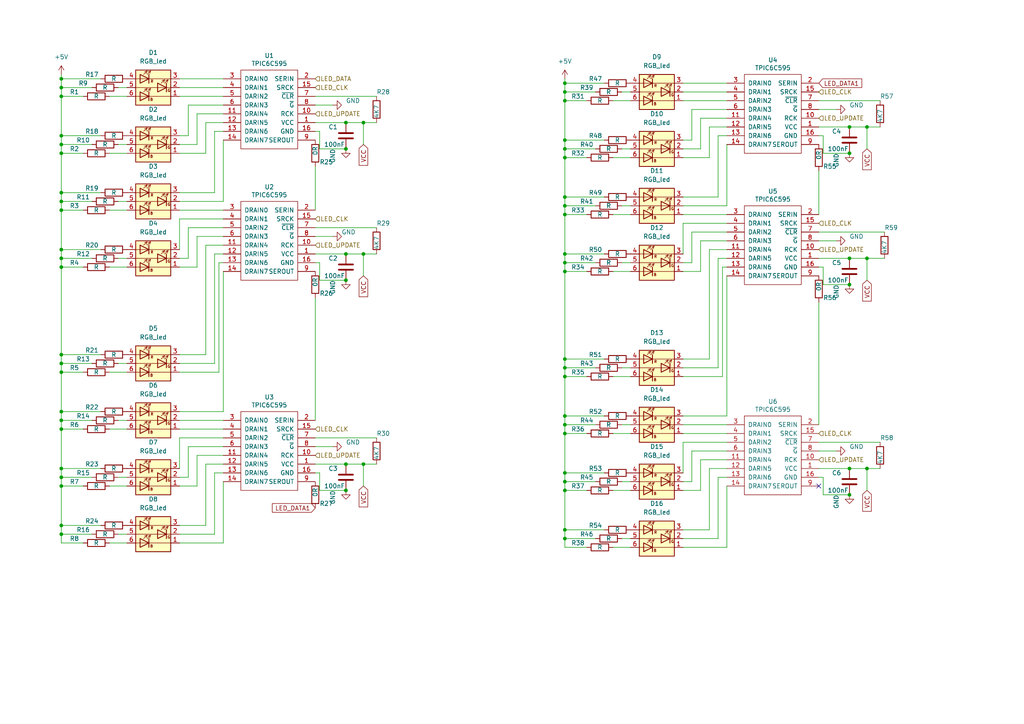
<source format=kicad_sch>
(kicad_sch (version 20211123) (generator eeschema)
  (paper "A4")
  (lib_symbols
    (symbol "3dAudioSym:RGB_led" (pin_names hide)
      (property "Reference" "D" (at -5.08 6.35 0))
      (property "Value" "RGB_led" (at -5.08 -6.35 0))
      (symbol "RGB_led_0_0"
        (text "B" (at -0.508 -3.4544 0) (effects (font (size 0.762 0.762))))
        (text "G" (at 4.5466 -0.8382 0) (effects (font (size 0.762 0.762))))
        (text "R" (at -0.381 1.8034 0) (effects (font (size 0.762 0.762))))
      )
      (symbol "RGB_led_0_1"
        (rectangle (start -5.08 5.08) (end 5.08 -5.08) (stroke (width 0.254)) (fill (type background)))
        (polyline (pts (xy -5.08 -2.54) (xy 5.08 -2.54)))
        (polyline (pts (xy -5.08 0) (xy 5.08 0)))
        (polyline (pts (xy -5.08 2.54) (xy 5.08 2.54)))
        (polyline (pts (xy -2.794 -1.27) (xy -1.778 -0.254)))
        (polyline (pts (xy -2.794 3.81) (xy -1.778 4.826)))
        (polyline (pts (xy -1.778 -1.27) (xy -0.762 -0.254)))
        (polyline (pts (xy -1.778 3.81) (xy -0.762 4.826)))
        (polyline (pts (xy -1.27 -1.27) (xy -1.27 -3.81)) (stroke (width 0.254)))
        (polyline (pts (xy -1.27 3.81) (xy -1.27 1.27)) (stroke (width 0.254)))
        (polyline (pts (xy 2.286 1.27) (xy 3.302 2.286)))
        (polyline (pts (xy 3.302 1.27) (xy 4.318 2.286)))
        (polyline (pts (xy 3.81 1.27) (xy 3.81 -1.27)) (stroke (width 0.254)))
        (polyline (pts (xy -2.54 4.572) (xy -1.778 4.826) (xy -2.032 4.064)))
        (polyline (pts (xy -2.032 -1.016) (xy -1.778 -0.254) (xy -2.54 -0.508)))
        (polyline (pts (xy -1.524 -0.508) (xy -0.762 -0.254) (xy -1.016 -1.016)))
        (polyline (pts (xy -1.524 4.572) (xy -0.762 4.826) (xy -1.016 4.064)))
        (polyline (pts (xy 3.048 1.524) (xy 3.302 2.286) (xy 2.54 2.032)))
        (polyline (pts (xy 3.556 2.032) (xy 4.318 2.286) (xy 4.064 1.524)))
        (polyline (pts (xy -3.81 -1.27) (xy -3.81 -3.81) (xy -1.27 -2.54) (xy -3.81 -1.27)) (stroke (width 0.254)))
        (polyline (pts (xy -3.81 3.81) (xy -3.81 1.27) (xy -1.27 2.54) (xy -3.81 3.81)) (stroke (width 0.254)))
        (polyline (pts (xy 1.27 1.27) (xy 1.27 -1.27) (xy 3.81 0) (xy 1.27 1.27)) (stroke (width 0.254)))
      )
      (symbol "RGB_led_1_1"
        (pin passive line (at 7.62 -2.54 180) (length 2.54) (name "KB") (number "1"))
        (pin passive line (at 7.62 0 180) (length 2.54) (name "KG") (number "2"))
        (pin passive line (at 7.62 2.54 180) (length 2.54) (name "KR") (number "3"))
        (pin passive line (at -7.62 2.54 0) (length 2.54) (name "AR") (number "4"))
        (pin passive line (at -7.62 0 0) (length 2.54) (name "AG") (number "5"))
        (pin passive line (at -7.62 -2.54 0) (length 2.54) (name "AB") (number "6"))
      )
    )
    (symbol "3dAudioSym:TPIC6C595" (pin_names (offset 1.016))
      (property "Reference" "U" (at 10.16 3.81 0))
      (property "Value" "TPIC6C595" (at -8.89 3.81 0))
      (symbol "TPIC6C595_0_0"
        (pin passive line (at 12.7 -13.97 180) (length 5.08) (name "VCC") (number "1"))
        (pin passive line (at 12.7 -11.43 180) (length 5.08) (name "RCK") (number "10"))
        (pin passive line (at -13.97 -11.43 0) (length 5.08) (name "DRAIN4") (number "11"))
        (pin passive line (at -13.97 -13.97 0) (length 5.08) (name "DARIN5") (number "12"))
        (pin passive line (at -13.97 -16.51 0) (length 5.08) (name "DRAIN6") (number "13"))
        (pin passive line (at -13.97 -19.05 0) (length 5.08) (name "DRAIN7") (number "14"))
        (pin passive line (at 12.7 -3.81 180) (length 5.08) (name "SRCK") (number "15"))
        (pin passive line (at 12.7 -16.51 180) (length 5.08) (name "GND") (number "16"))
        (pin passive line (at 12.7 -1.27 180) (length 5.08) (name "SERIN") (number "2"))
        (pin passive line (at -13.97 -1.27 0) (length 5.08) (name "DRAIN0") (number "3"))
        (pin passive line (at -13.97 -3.81 0) (length 5.08) (name "DRAIN1") (number "4"))
        (pin passive line (at -13.97 -6.35 0) (length 5.08) (name "DARIN2") (number "5"))
        (pin passive line (at -13.97 -8.89 0) (length 5.08) (name "DRAIN3") (number "6"))
        (pin passive line (at 12.7 -6.35 180) (length 5.08) (name "~{CLR}") (number "7"))
        (pin passive line (at 12.7 -8.89 180) (length 5.08) (name "~{G}") (number "8"))
        (pin passive line (at 12.7 -19.05 180) (length 5.08) (name "SEROUT") (number "9"))
      )
      (symbol "TPIC6C595_0_1"
        (rectangle (start -8.89 1.27) (end 7.62 -21.59))
      )
    )
    (symbol "Device:C" (pin_numbers hide) (pin_names (offset 0.254))
      (property "Reference" "C" (at 0.635 2.54 0))
      (property "Value" "C" (at 0.635 -2.54 0))
      (symbol "C_0_1"
        (polyline (pts (xy -2.032 -0.762) (xy 2.032 -0.762)) (stroke (width 0.508)))
        (polyline (pts (xy -2.032 0.762) (xy 2.032 0.762)) (stroke (width 0.508)))
      )
      (symbol "C_1_1"
        (pin passive line (at 0 3.81 270) (length 2.794) (name "~") (number "1"))
        (pin passive line (at 0 -3.81 90) (length 2.794) (name "~") (number "2"))
      )
    )
    (symbol "Device:R" (pin_numbers hide) (pin_names (offset 0))
      (property "Reference" "R" (at 2.032 0 90))
      (property "Value" "R" (at 0 0 90))
      (symbol "R_0_1"
        (rectangle (start -1.016 -2.54) (end 1.016 2.54) (stroke (width 0.254)))
      )
      (symbol "R_1_1"
        (pin passive line (at 0 3.81 270) (length 1.27) (name "~") (number "1"))
        (pin passive line (at 0 -3.81 90) (length 1.27) (name "~") (number "2"))
      )
    )
    (symbol "power:+5V" (power) (pin_names (offset 0))
      (property "Value" "+5V" (at 0 3.556 0))
      (symbol "+5V_0_1"
        (polyline (pts (xy -0.762 1.27) (xy 0 2.54)))
        (polyline (pts (xy 0 0) (xy 0 2.54)))
        (polyline (pts (xy 0 2.54) (xy 0.762 1.27)))
      )
      (symbol "+5V_1_1"
        (pin power_in line (at 0 0 90) (length 0) hide (name "+5V") (number "1"))
      )
    )
    (symbol "power:GND" (power) (pin_names (offset 0))
      (property "Value" "GND" (at 0 -3.81 0))
      (symbol "GND_0_1"
        (polyline (pts (xy 0 0) (xy 0 -1.27) (xy 1.27 -1.27) (xy 0 -2.54) (xy -1.27 -1.27) (xy 0 -1.27)))
      )
      (symbol "GND_1_1"
        (pin power_in line (at 0 0 270) (length 0) hide (name "GND") (number "1"))
      )
    )
  )
  (junction (at 100.33 81.28))
  (junction (at 163.83 125.73))
  (junction (at 163.83 62.23))
  (junction (at 163.83 24.13))
  (junction (at 163.83 139.7))
  (junction (at 17.78 152.4))
  (junction (at 17.78 39.37))
  (junction (at 163.83 29.21))
  (junction (at 17.78 74.93))
  (junction (at 17.78 119.38))
  (junction (at 163.83 26.67))
  (junction (at 163.83 76.2))
  (junction (at 163.83 137.16))
  (junction (at 163.83 123.19))
  (junction (at 163.83 120.65))
  (junction (at 17.78 55.88))
  (junction (at 17.78 124.46))
  (junction (at 17.78 77.47))
  (junction (at 251.46 36.83))
  (junction (at 17.78 25.4))
  (junction (at 17.78 107.95))
  (junction (at 17.78 60.96))
  (junction (at 17.78 121.92))
  (junction (at 163.83 153.67))
  (junction (at 163.83 43.18))
  (junction (at 100.33 43.18))
  (junction (at 163.83 73.66))
  (junction (at 100.33 142.24))
  (junction (at 17.78 138.43))
  (junction (at 246.38 143.51))
  (junction (at 17.78 154.94))
  (junction (at 100.33 134.62))
  (junction (at 17.78 22.86))
  (junction (at 163.83 104.14))
  (junction (at 105.41 73.66))
  (junction (at 163.83 57.15))
  (junction (at 100.33 35.56))
  (junction (at 17.78 105.41))
  (junction (at 163.83 40.64))
  (junction (at 163.83 59.69))
  (junction (at 246.38 135.89))
  (junction (at 163.83 45.72))
  (junction (at 251.46 74.93))
  (junction (at 105.41 35.56))
  (junction (at 246.38 82.55))
  (junction (at 251.46 135.89))
  (junction (at 163.83 106.68))
  (junction (at 163.83 109.22))
  (junction (at 246.38 36.83))
  (junction (at 163.83 142.24))
  (junction (at 163.83 156.21))
  (junction (at 17.78 72.39))
  (junction (at 163.83 78.74))
  (junction (at 246.38 74.93))
  (junction (at 17.78 58.42))
  (junction (at 17.78 44.45))
  (junction (at 17.78 140.97))
  (junction (at 17.78 41.91))
  (junction (at 105.41 134.62))
  (junction (at 17.78 102.87))
  (junction (at 17.78 27.94))
  (junction (at 17.78 135.89))
  (junction (at 100.33 73.66))
  (junction (at 246.38 44.45))
  (no_connect (at 237.49 140.97))
  (wire (pts (xy 198.12 78.74) (xy 203.2 78.74)))
  (wire (pts (xy 17.78 124.46) (xy 17.78 135.89)))
  (wire (pts (xy 17.78 77.47) (xy 17.78 102.87)))
  (wire (pts (xy 17.78 27.94) (xy 17.78 39.37)))
  (wire (pts (xy 163.83 78.74) (xy 170.18 78.74)))
  (wire (pts (xy 57.15 140.97) (xy 57.15 132.08)))
  (wire (pts (xy 17.78 102.87) (xy 29.21 102.87)))
  (wire (pts (xy 31.75 124.46) (xy 36.83 124.46)))
  (wire (pts (xy 17.78 140.97) (xy 17.78 152.4)))
  (wire (pts (xy 62.23 137.16) (xy 64.77 137.16)))
  (wire (pts (xy 205.74 153.67) (xy 205.74 135.89)))
  (wire (pts (xy 92.71 76.2) (xy 91.44 76.2)))
  (wire (pts (xy 238.76 77.47) (xy 237.49 77.47)))
  (wire (pts (xy 200.66 130.81) (xy 210.82 130.81)))
  (wire (pts (xy 64.77 157.48) (xy 64.77 139.7)))
  (wire (pts (xy 34.29 41.91) (xy 36.83 41.91)))
  (wire (pts (xy 64.77 73.66) (xy 62.23 73.66)))
  (wire (pts (xy 52.07 44.45) (xy 59.69 44.45)))
  (wire (pts (xy 57.15 77.47) (xy 57.15 68.58)))
  (wire (pts (xy 163.83 125.73) (xy 170.18 125.73)))
  (wire (pts (xy 242.57 130.81) (xy 237.49 130.81)))
  (wire (pts (xy 163.83 137.16) (xy 163.83 139.7)))
  (wire (pts (xy 198.12 59.69) (xy 210.82 59.69)))
  (wire (pts (xy 198.12 125.73) (xy 210.82 125.73)))
  (wire (pts (xy 203.2 34.29) (xy 210.82 34.29)))
  (wire (pts (xy 17.78 140.97) (xy 24.13 140.97)))
  (wire (pts (xy 31.75 27.94) (xy 36.83 27.94)))
  (wire (pts (xy 96.52 129.54) (xy 91.44 129.54)))
  (wire (pts (xy 92.71 137.16) (xy 92.71 142.24)))
  (wire (pts (xy 17.78 105.41) (xy 17.78 107.95)))
  (wire (pts (xy 163.83 43.18) (xy 172.72 43.18)))
  (wire (pts (xy 251.46 36.83) (xy 255.27 36.83)))
  (wire (pts (xy 205.74 135.89) (xy 210.82 135.89)))
  (wire (pts (xy 163.83 59.69) (xy 163.83 62.23)))
  (wire (pts (xy 92.71 43.18) (xy 100.33 43.18)))
  (wire (pts (xy 237.49 49.53) (xy 237.49 62.23)))
  (wire (pts (xy 52.07 55.88) (xy 62.23 55.88)))
  (wire (pts (xy 180.34 106.68) (xy 182.88 106.68)))
  (wire (pts (xy 52.07 25.4) (xy 64.77 25.4)))
  (wire (pts (xy 17.78 74.93) (xy 17.78 77.47)))
  (wire (pts (xy 200.66 76.2) (xy 200.66 67.31)))
  (wire (pts (xy 105.41 80.01) (xy 105.41 73.66)))
  (wire (pts (xy 198.12 26.67) (xy 210.82 26.67)))
  (wire (pts (xy 64.77 78.74) (xy 64.77 119.38)))
  (wire (pts (xy 17.78 44.45) (xy 24.13 44.45)))
  (wire (pts (xy 198.12 64.77) (xy 210.82 64.77)))
  (wire (pts (xy 54.61 39.37) (xy 54.61 30.48)))
  (wire (pts (xy 105.41 41.91) (xy 105.41 35.56)))
  (wire (pts (xy 17.78 119.38) (xy 17.78 121.92)))
  (wire (pts (xy 17.78 157.48) (xy 24.13 157.48)))
  (wire (pts (xy 163.83 123.19) (xy 163.83 125.73)))
  (wire (pts (xy 237.49 29.21) (xy 255.27 29.21)))
  (wire (pts (xy 92.71 38.1) (xy 91.44 38.1)))
  (wire (pts (xy 91.44 127) (xy 109.22 127)))
  (wire (pts (xy 34.29 138.43) (xy 36.83 138.43)))
  (wire (pts (xy 238.76 138.43) (xy 237.49 138.43)))
  (wire (pts (xy 64.77 76.2) (xy 63.5 76.2)))
  (wire (pts (xy 200.66 31.75) (xy 210.82 31.75)))
  (wire (pts (xy 208.28 138.43) (xy 210.82 138.43)))
  (wire (pts (xy 203.2 43.18) (xy 203.2 34.29)))
  (wire (pts (xy 203.2 78.74) (xy 203.2 69.85)))
  (wire (pts (xy 63.5 76.2) (xy 63.5 107.95)))
  (wire (pts (xy 251.46 36.83) (xy 246.38 36.83)))
  (wire (pts (xy 177.8 142.24) (xy 182.88 142.24)))
  (wire (pts (xy 198.12 128.27) (xy 210.82 128.27)))
  (wire (pts (xy 198.12 43.18) (xy 203.2 43.18)))
  (wire (pts (xy 242.57 69.85) (xy 237.49 69.85)))
  (wire (pts (xy 198.12 40.64) (xy 200.66 40.64)))
  (wire (pts (xy 208.28 39.37) (xy 210.82 39.37)))
  (wire (pts (xy 251.46 135.89) (xy 255.27 135.89)))
  (wire (pts (xy 34.29 121.92) (xy 36.83 121.92)))
  (wire (pts (xy 198.12 29.21) (xy 210.82 29.21)))
  (wire (pts (xy 210.82 80.01) (xy 210.82 120.65)))
  (wire (pts (xy 163.83 45.72) (xy 170.18 45.72)))
  (wire (pts (xy 91.44 48.26) (xy 91.44 60.96)))
  (wire (pts (xy 105.41 140.97) (xy 105.41 134.62)))
  (wire (pts (xy 52.07 127) (xy 64.77 127)))
  (wire (pts (xy 52.07 27.94) (xy 64.77 27.94)))
  (wire (pts (xy 163.83 120.65) (xy 163.83 123.19)))
  (wire (pts (xy 198.12 57.15) (xy 208.28 57.15)))
  (wire (pts (xy 17.78 22.86) (xy 29.21 22.86)))
  (wire (pts (xy 209.55 77.47) (xy 209.55 109.22)))
  (wire (pts (xy 17.78 55.88) (xy 29.21 55.88)))
  (wire (pts (xy 17.78 135.89) (xy 29.21 135.89)))
  (wire (pts (xy 59.69 35.56) (xy 59.69 44.45)))
  (wire (pts (xy 57.15 68.58) (xy 64.77 68.58)))
  (wire (pts (xy 52.07 74.93) (xy 54.61 74.93)))
  (wire (pts (xy 246.38 36.83) (xy 237.49 36.83)))
  (wire (pts (xy 180.34 123.19) (xy 182.88 123.19)))
  (wire (pts (xy 52.07 22.86) (xy 64.77 22.86)))
  (wire (pts (xy 203.2 69.85) (xy 210.82 69.85)))
  (wire (pts (xy 180.34 59.69) (xy 182.88 59.69)))
  (wire (pts (xy 52.07 138.43) (xy 54.61 138.43)))
  (wire (pts (xy 198.12 62.23) (xy 210.82 62.23)))
  (wire (pts (xy 52.07 154.94) (xy 62.23 154.94)))
  (wire (pts (xy 105.41 35.56) (xy 100.33 35.56)))
  (wire (pts (xy 200.66 139.7) (xy 200.66 130.81)))
  (wire (pts (xy 17.78 41.91) (xy 17.78 44.45)))
  (wire (pts (xy 17.78 27.94) (xy 24.13 27.94)))
  (wire (pts (xy 180.34 76.2) (xy 182.88 76.2)))
  (wire (pts (xy 163.83 139.7) (xy 163.83 142.24)))
  (wire (pts (xy 246.38 74.93) (xy 237.49 74.93)))
  (wire (pts (xy 17.78 135.89) (xy 17.78 138.43)))
  (wire (pts (xy 198.12 142.24) (xy 203.2 142.24)))
  (wire (pts (xy 177.8 62.23) (xy 182.88 62.23)))
  (wire (pts (xy 57.15 41.91) (xy 57.15 33.02)))
  (wire (pts (xy 92.71 76.2) (xy 92.71 81.28)))
  (wire (pts (xy 163.83 137.16) (xy 175.26 137.16)))
  (wire (pts (xy 163.83 106.68) (xy 172.72 106.68)))
  (wire (pts (xy 163.83 59.69) (xy 172.72 59.69)))
  (wire (pts (xy 54.61 129.54) (xy 64.77 129.54)))
  (wire (pts (xy 34.29 154.94) (xy 36.83 154.94)))
  (wire (pts (xy 96.52 68.58) (xy 91.44 68.58)))
  (wire (pts (xy 17.78 25.4) (xy 26.67 25.4)))
  (wire (pts (xy 17.78 138.43) (xy 26.67 138.43)))
  (wire (pts (xy 34.29 25.4) (xy 36.83 25.4)))
  (wire (pts (xy 91.44 86.36) (xy 91.44 121.92)))
  (wire (pts (xy 163.83 26.67) (xy 163.83 29.21)))
  (wire (pts (xy 205.74 104.14) (xy 205.74 72.39)))
  (wire (pts (xy 210.82 120.65) (xy 198.12 120.65)))
  (wire (pts (xy 163.83 109.22) (xy 163.83 120.65)))
  (wire (pts (xy 163.83 142.24) (xy 170.18 142.24)))
  (wire (pts (xy 17.78 72.39) (xy 29.21 72.39)))
  (wire (pts (xy 198.12 156.21) (xy 208.28 156.21)))
  (wire (pts (xy 163.83 142.24) (xy 163.83 153.67)))
  (wire (pts (xy 17.78 119.38) (xy 29.21 119.38)))
  (wire (pts (xy 210.82 158.75) (xy 210.82 140.97)))
  (wire (pts (xy 177.8 125.73) (xy 182.88 125.73)))
  (wire (pts (xy 163.83 22.86) (xy 163.83 24.13)))
  (wire (pts (xy 208.28 57.15) (xy 208.28 39.37)))
  (wire (pts (xy 52.07 124.46) (xy 64.77 124.46)))
  (wire (pts (xy 17.78 22.86) (xy 17.78 25.4)))
  (wire (pts (xy 17.78 105.41) (xy 26.67 105.41)))
  (wire (pts (xy 54.61 30.48) (xy 64.77 30.48)))
  (wire (pts (xy 52.07 105.41) (xy 62.23 105.41)))
  (wire (pts (xy 205.74 36.83) (xy 205.74 45.72)))
  (wire (pts (xy 198.12 109.22) (xy 209.55 109.22)))
  (wire (pts (xy 163.83 40.64) (xy 163.83 43.18)))
  (wire (pts (xy 246.38 135.89) (xy 237.49 135.89)))
  (wire (pts (xy 17.78 102.87) (xy 17.78 105.41)))
  (wire (pts (xy 163.83 45.72) (xy 163.83 57.15)))
  (wire (pts (xy 92.71 137.16) (xy 91.44 137.16)))
  (wire (pts (xy 52.07 63.5) (xy 64.77 63.5)))
  (wire (pts (xy 163.83 125.73) (xy 163.83 137.16)))
  (wire (pts (xy 238.76 138.43) (xy 238.76 143.51)))
  (wire (pts (xy 242.57 31.75) (xy 237.49 31.75)))
  (wire (pts (xy 198.12 123.19) (xy 210.82 123.19)))
  (wire (pts (xy 177.8 78.74) (xy 182.88 78.74)))
  (wire (pts (xy 208.28 74.93) (xy 208.28 106.68)))
  (wire (pts (xy 17.78 74.93) (xy 26.67 74.93)))
  (wire (pts (xy 91.44 27.94) (xy 109.22 27.94)))
  (wire (pts (xy 17.78 154.94) (xy 26.67 154.94)))
  (wire (pts (xy 163.83 139.7) (xy 172.72 139.7)))
  (wire (pts (xy 198.12 106.68) (xy 208.28 106.68)))
  (wire (pts (xy 100.33 35.56) (xy 91.44 35.56)))
  (wire (pts (xy 198.12 139.7) (xy 200.66 139.7)))
  (wire (pts (xy 180.34 139.7) (xy 182.88 139.7)))
  (wire (pts (xy 163.83 153.67) (xy 175.26 153.67)))
  (wire (pts (xy 17.78 60.96) (xy 17.78 72.39)))
  (wire (pts (xy 91.44 66.04) (xy 109.22 66.04)))
  (wire (pts (xy 163.83 40.64) (xy 175.26 40.64)))
  (wire (pts (xy 163.83 24.13) (xy 163.83 26.67)))
  (wire (pts (xy 54.61 138.43) (xy 54.61 129.54)))
  (wire (pts (xy 92.71 38.1) (xy 92.71 43.18)))
  (wire (pts (xy 17.78 58.42) (xy 26.67 58.42)))
  (wire (pts (xy 163.83 57.15) (xy 175.26 57.15)))
  (wire (pts (xy 59.69 134.62) (xy 64.77 134.62)))
  (wire (pts (xy 238.76 44.45) (xy 246.38 44.45)))
  (wire (pts (xy 163.83 158.75) (xy 170.18 158.75)))
  (wire (pts (xy 92.71 81.28) (xy 100.33 81.28)))
  (wire (pts (xy 163.83 24.13) (xy 175.26 24.13)))
  (wire (pts (xy 163.83 123.19) (xy 172.72 123.19)))
  (wire (pts (xy 251.46 43.18) (xy 251.46 36.83)))
  (wire (pts (xy 163.83 76.2) (xy 172.72 76.2)))
  (wire (pts (xy 34.29 105.41) (xy 36.83 105.41)))
  (wire (pts (xy 31.75 140.97) (xy 36.83 140.97)))
  (wire (pts (xy 198.12 104.14) (xy 205.74 104.14)))
  (wire (pts (xy 238.76 39.37) (xy 237.49 39.37)))
  (wire (pts (xy 17.78 121.92) (xy 26.67 121.92)))
  (wire (pts (xy 17.78 152.4) (xy 17.78 154.94)))
  (wire (pts (xy 163.83 109.22) (xy 170.18 109.22)))
  (wire (pts (xy 180.34 43.18) (xy 182.88 43.18)))
  (wire (pts (xy 52.07 102.87) (xy 59.69 102.87)))
  (wire (pts (xy 59.69 152.4) (xy 59.69 134.62)))
  (wire (pts (xy 163.83 26.67) (xy 172.72 26.67)))
  (wire (pts (xy 17.78 77.47) (xy 24.13 77.47)))
  (wire (pts (xy 105.41 73.66) (xy 109.22 73.66)))
  (wire (pts (xy 52.07 39.37) (xy 54.61 39.37)))
  (wire (pts (xy 31.75 77.47) (xy 36.83 77.47)))
  (wire (pts (xy 163.83 62.23) (xy 163.83 73.66)))
  (wire (pts (xy 64.77 119.38) (xy 52.07 119.38)))
  (wire (pts (xy 163.83 120.65) (xy 175.26 120.65)))
  (wire (pts (xy 52.07 107.95) (xy 63.5 107.95)))
  (wire (pts (xy 17.78 25.4) (xy 17.78 27.94)))
  (wire (pts (xy 238.76 77.47) (xy 238.76 82.55)))
  (wire (pts (xy 17.78 107.95) (xy 24.13 107.95)))
  (wire (pts (xy 200.66 40.64) (xy 200.66 31.75)))
  (wire (pts (xy 34.29 74.93) (xy 36.83 74.93)))
  (wire (pts (xy 177.8 158.75) (xy 182.88 158.75)))
  (wire (pts (xy 17.78 72.39) (xy 17.78 74.93)))
  (wire (pts (xy 17.78 39.37) (xy 29.21 39.37)))
  (wire (pts (xy 62.23 38.1) (xy 64.77 38.1)))
  (wire (pts (xy 52.07 72.39) (xy 52.07 63.5)))
  (wire (pts (xy 105.41 134.62) (xy 109.22 134.62)))
  (wire (pts (xy 105.41 35.56) (xy 109.22 35.56)))
  (wire (pts (xy 237.49 67.31) (xy 256.54 67.31)))
  (wire (pts (xy 96.52 30.48) (xy 91.44 30.48)))
  (wire (pts (xy 17.78 39.37) (xy 17.78 41.91)))
  (wire (pts (xy 177.8 29.21) (xy 182.88 29.21)))
  (wire (pts (xy 198.12 158.75) (xy 210.82 158.75)))
  (wire (pts (xy 100.33 73.66) (xy 91.44 73.66)))
  (wire (pts (xy 52.07 41.91) (xy 57.15 41.91)))
  (wire (pts (xy 163.83 29.21) (xy 163.83 40.64)))
  (wire (pts (xy 17.78 107.95) (xy 17.78 119.38)))
  (wire (pts (xy 52.07 77.47) (xy 57.15 77.47)))
  (wire (pts (xy 52.07 121.92) (xy 64.77 121.92)))
  (wire (pts (xy 59.69 71.12) (xy 64.77 71.12)))
  (wire (pts (xy 203.2 142.24) (xy 203.2 133.35)))
  (wire (pts (xy 59.69 35.56) (xy 64.77 35.56)))
  (wire (pts (xy 52.07 135.89) (xy 52.07 127)))
  (wire (pts (xy 251.46 81.28) (xy 251.46 74.93)))
  (wire (pts (xy 163.83 62.23) (xy 170.18 62.23)))
  (wire (pts (xy 105.41 134.62) (xy 100.33 134.62)))
  (wire (pts (xy 17.78 154.94) (xy 17.78 157.48)))
  (wire (pts (xy 31.75 44.45) (xy 36.83 44.45)))
  (wire (pts (xy 238.76 143.51) (xy 246.38 143.51)))
  (wire (pts (xy 203.2 133.35) (xy 210.82 133.35)))
  (wire (pts (xy 62.23 55.88) (xy 62.23 38.1)))
  (wire (pts (xy 163.83 104.14) (xy 175.26 104.14)))
  (wire (pts (xy 17.78 138.43) (xy 17.78 140.97)))
  (wire (pts (xy 105.41 73.66) (xy 100.33 73.66)))
  (wire (pts (xy 17.78 152.4) (xy 29.21 152.4)))
  (wire (pts (xy 31.75 107.95) (xy 36.83 107.95)))
  (wire (pts (xy 52.07 140.97) (xy 57.15 140.97)))
  (wire (pts (xy 52.07 152.4) (xy 59.69 152.4)))
  (wire (pts (xy 198.12 76.2) (xy 200.66 76.2)))
  (wire (pts (xy 31.75 60.96) (xy 36.83 60.96)))
  (wire (pts (xy 163.83 78.74) (xy 163.83 104.14)))
  (wire (pts (xy 251.46 74.93) (xy 256.54 74.93)))
  (wire (pts (xy 163.83 73.66) (xy 175.26 73.66)))
  (wire (pts (xy 208.28 138.43) (xy 208.28 156.21)))
  (wire (pts (xy 17.78 55.88) (xy 17.78 58.42)))
  (wire (pts (xy 205.74 72.39) (xy 210.82 72.39)))
  (wire (pts (xy 163.83 57.15) (xy 163.83 59.69)))
  (wire (pts (xy 210.82 74.93) (xy 208.28 74.93)))
  (wire (pts (xy 163.83 43.18) (xy 163.83 45.72)))
  (wire (pts (xy 62.23 137.16) (xy 62.23 154.94)))
  (wire (pts (xy 163.83 156.21) (xy 172.72 156.21)))
  (wire (pts (xy 52.07 60.96) (xy 64.77 60.96)))
  (wire (pts (xy 198.12 73.66) (xy 198.12 64.77)))
  (wire (pts (xy 200.66 67.31) (xy 210.82 67.31)))
  (wire (pts (xy 238.76 39.37) (xy 238.76 44.45)))
  (wire (pts (xy 251.46 135.89) (xy 246.38 135.89)))
  (wire (pts (xy 163.83 29.21) (xy 170.18 29.21)))
  (wire (pts (xy 52.07 58.42) (xy 64.77 58.42)))
  (wire (pts (xy 163.83 153.67) (xy 163.83 156.21)))
  (wire (pts (xy 62.23 73.66) (xy 62.23 105.41)))
  (wire (pts (xy 210.82 41.91) (xy 210.82 59.69)))
  (wire (pts (xy 17.78 44.45) (xy 17.78 55.88)))
  (wire (pts (xy 163.83 106.68) (xy 163.83 109.22)))
  (wire (pts (xy 17.78 60.96) (xy 24.13 60.96)))
  (wire (pts (xy 163.83 156.21) (xy 163.83 158.75)))
  (wire (pts (xy 59.69 102.87) (xy 59.69 71.12)))
  (wire (pts (xy 198.12 24.13) (xy 210.82 24.13)))
  (wire (pts (xy 17.78 41.91) (xy 26.67 41.91)))
  (wire (pts (xy 34.29 58.42) (xy 36.83 58.42)))
  (wire (pts (xy 205.74 36.83) (xy 210.82 36.83)))
  (wire (pts (xy 177.8 109.22) (xy 182.88 109.22)))
  (wire (pts (xy 17.78 58.42) (xy 17.78 60.96)))
  (wire (pts (xy 177.8 45.72) (xy 182.88 45.72)))
  (wire (pts (xy 17.78 21.59) (xy 17.78 22.86)))
  (wire (pts (xy 92.71 142.24) (xy 100.33 142.24)))
  (wire (pts (xy 163.83 76.2) (xy 163.83 78.74)))
  (wire (pts (xy 198.12 137.16) (xy 198.12 128.27)))
  (wire (pts (xy 64.77 40.64) (xy 64.77 58.42)))
  (wire (pts (xy 17.78 121.92) (xy 17.78 124.46)))
  (wire (pts (xy 163.83 104.14) (xy 163.83 106.68)))
  (wire (pts (xy 180.34 26.67) (xy 182.88 26.67)))
  (wire (pts (xy 31.75 157.48) (xy 36.83 157.48)))
  (wire (pts (xy 180.34 156.21) (xy 182.88 156.21)))
  (wire (pts (xy 57.15 33.02) (xy 64.77 33.02)))
  (wire (pts (xy 57.15 132.08) (xy 64.77 132.08)))
  (wire (pts (xy 17.78 124.46) (xy 24.13 124.46)))
  (wire (pts (xy 52.07 157.48) (xy 64.77 157.48)))
  (wire (pts (xy 100.33 134.62) (xy 91.44 134.62)))
  (wire (pts (xy 198.12 153.67) (xy 205.74 153.67)))
  (wire (pts (xy 54.61 66.04) (xy 64.77 66.04)))
  (wire (pts (xy 237.49 128.27) (xy 255.27 128.27)))
  (wire (pts (xy 237.49 87.63) (xy 237.49 123.19)))
  (wire (pts (xy 251.46 142.24) (xy 251.46 135.89)))
  (wire (pts (xy 238.76 82.55) (xy 246.38 82.55)))
  (wire (pts (xy 54.61 74.93) (xy 54.61 66.04)))
  (wire (pts (xy 251.46 74.93) (xy 246.38 74.93)))
  (wire (pts (xy 163.83 73.66) (xy 163.83 76.2)))
  (wire (pts (xy 198.12 45.72) (xy 205.74 45.72)))
  (wire (pts (xy 210.82 77.47) (xy 209.55 77.47)))
  (global_label "VCC" (shape input) (at 105.41 80.01 270) (property "Intersheet References" "${INTERSHEET_REFS}" (effects hide)))
  (global_label "LED_DATA1" (shape input) (at 91.44 147.32 180) (property "Intersheet References" "${INTERSHEET_REFS}" (effects hide)))
  (global_label "VCC" (shape input) (at 105.41 140.97 270) (property "Intersheet References" "${INTERSHEET_REFS}" (effects hide)))
  (global_label "LED_DATA1" (shape input) (at 237.49 24.13 0) (property "Intersheet References" "${INTERSHEET_REFS}" (effects hide)))
  (global_label "VCC" (shape input) (at 251.46 142.24 270) (property "Intersheet References" "${INTERSHEET_REFS}" (effects hide)))
  (global_label "VCC" (shape input) (at 105.41 41.91 270) (property "Intersheet References" "${INTERSHEET_REFS}" (effects hide)))
  (global_label "VCC" (shape input) (at 251.46 43.18 270) (property "Intersheet References" "${INTERSHEET_REFS}" (effects hide)))
  (global_label "VCC" (shape input) (at 251.46 81.28 270) (property "Intersheet References" "${INTERSHEET_REFS}" (effects hide)))
  (hierarchical_label "LED_UPDATE" (shape input) (at 237.49 72.39 0))
  (hierarchical_label "LED_UPDATE" (shape input) (at 91.44 33.02 0))
  (hierarchical_label "LED_UPDATE" (shape input) (at 91.44 132.08 0))
  (hierarchical_label "LED_CLK" (shape input) (at 91.44 63.5 0))
  (hierarchical_label "LED_CLK" (shape input) (at 91.44 124.46 0))
  (hierarchical_label "LED_DATA" (shape input) (at 91.44 22.86 0))
  (hierarchical_label "LED_CLK" (shape input) (at 237.49 125.73 0))
  (hierarchical_label "LED_CLK" (shape input) (at 237.49 26.67 0))
  (hierarchical_label "LED_CLK" (shape input) (at 237.49 64.77 0))
  (hierarchical_label "LED_UPDATE" (shape input) (at 91.44 71.12 0))
  (hierarchical_label "LED_UPDATE" (shape input) (at 237.49 34.29 0))
  (hierarchical_label "LED_UPDATE" (shape input) (at 237.49 133.35 0))
  (hierarchical_label "LED_CLK" (shape input) (at 91.44 25.4 0))
  (symbol (lib_id "3dAudioSym:TPIC6C595") (at 78.74 120.65 0) (unit 1)
    (property "Reference" "U3" (at 78.105 115.189 0))
    (property "Value" "TPIC6C595" (at 78.105 117.5004 0))
    (property "Footprint" "Package_SO:SOIC-16_3.9x9.9mm_P1.27mm" (effects hide))
    (property "Datasheet" "https://www.mouser.ph/datasheet/2/389/cd00020664-1796042.pdf" (effects hide))
  )
  (symbol (lib_id "Device:R") (at 179.07 137.16 90) (unit 1)
    (property "Reference" "R53" (at 172.72 135.89 90))
    (property "Value" "R" (at 179.07 137.16 90))
  )
  (symbol (lib_id "Device:R") (at 30.48 74.93 90) (unit 1)
    (property "Reference" "R12" (at 24.13 73.66 90))
    (property "Value" "R" (at 30.48 74.93 90))
  )
  (symbol (lib_id "Device:R") (at 91.44 44.45 0) (unit 1)
    (property "Reference" "R25" (at 92.71 46.99 0) (effects (justify left)))
    (property "Value" "0R" (at 91.44 45.085 90) (effects (justify left)))
    (property "Footprint" "Resistor_SMD:R_1206_3216Metric_Pad1.30x1.75mm_HandSolder" (effects hide))
  )
  (symbol (lib_id "Device:R") (at 27.94 140.97 90) (unit 1)
    (property "Reference" "R7" (at 21.59 139.7 90))
    (property "Value" "R" (at 27.94 140.97 90))
  )
  (symbol (lib_id "power:GND") (at 246.38 143.51 0) (unit 1)
    (property "Reference" "#PWR014" (effects hide))
    (property "Value" "GND" (at 242.57 143.51 90) (effects (justify right)))
  )
  (symbol (lib_id "Device:R") (at 109.22 69.85 0) (unit 1)
    (property "Reference" "R29" (at 109.22 64.77 0) (effects (justify left)))
    (property "Value" "4K7" (at 109.22 72.39 90) (effects (justify left)))
    (property "Footprint" "Resistor_SMD:R_1206_3216Metric_Pad1.30x1.75mm_HandSolder" (effects hide))
  )
  (symbol (lib_id "Device:R") (at 27.94 77.47 90) (unit 1)
    (property "Reference" "R4" (at 21.59 76.2 90))
    (property "Value" "R" (at 27.94 77.47 90))
  )
  (symbol (lib_id "3dAudioSym:RGB_led") (at 44.45 105.41 0) (unit 1)
    (property "Reference" "D5" (at 44.45 95.25 0))
    (property "Value" "RGB_led" (at 44.45 97.79 0))
    (property "Footprint" "LED_SMD:LED_Avago_PLCC6_3x2.8mm" (effects hide))
    (property "Datasheet" "https://www.digikey.de/de/products/detail/qt-brightek-qtb/QBLP679E-RGB/4814729" (effects hide))
  )
  (symbol (lib_id "3dAudioSym:RGB_led") (at 190.5 123.19 0) (unit 1)
    (property "Reference" "D14" (at 190.5 113.03 0))
    (property "Value" "RGB_led" (at 190.5 115.57 0))
    (property "Footprint" "LED_SMD:LED_Avago_PLCC6_3x2.8mm" (effects hide))
    (property "Datasheet" "https://www.digikey.de/de/products/detail/qt-brightek-qtb/QBLP679E-RGB/4814729" (effects hide))
  )
  (symbol (lib_id "3dAudioSym:RGB_led") (at 44.45 58.42 0) (unit 1)
    (property "Reference" "D3" (at 44.45 48.26 0))
    (property "Value" "RGB_led" (at 44.45 50.8 0))
    (property "Footprint" "LED_SMD:LED_Avago_PLCC6_3x2.8mm" (effects hide))
    (property "Datasheet" "https://www.digikey.de/de/products/detail/qt-brightek-qtb/QBLP679E-RGB/4814729" (effects hide))
  )
  (symbol (lib_id "Device:R") (at 30.48 121.92 90) (unit 1)
    (property "Reference" "R14" (at 24.13 120.65 90))
    (property "Value" "R" (at 30.48 121.92 90))
  )
  (symbol (lib_id "Device:R") (at 30.48 154.94 90) (unit 1)
    (property "Reference" "R16" (at 24.13 153.67 90))
    (property "Value" "R" (at 30.48 154.94 90))
  )
  (symbol (lib_id "Device:R") (at 255.27 132.08 0) (unit 1)
    (property "Reference" "R58" (at 255.27 127 0) (effects (justify left)))
    (property "Value" "4K7" (at 255.27 134.62 90) (effects (justify left)))
    (property "Footprint" "Resistor_SMD:R_1206_3216Metric_Pad1.30x1.75mm_HandSolder" (effects hide))
  )
  (symbol (lib_id "Device:R") (at 237.49 45.72 0) (unit 1)
    (property "Reference" "R55" (at 238.76 48.26 0) (effects (justify left)))
    (property "Value" "0R" (at 237.49 46.355 90) (effects (justify left)))
    (property "Footprint" "Resistor_SMD:R_1206_3216Metric_Pad1.30x1.75mm_HandSolder" (effects hide))
  )
  (symbol (lib_id "Device:R") (at 255.27 33.02 0) (unit 1)
    (property "Reference" "R57" (at 255.27 27.94 0) (effects (justify left)))
    (property "Value" "4K7" (at 255.27 35.56 90) (effects (justify left)))
    (property "Footprint" "Resistor_SMD:R_1206_3216Metric_Pad1.30x1.75mm_HandSolder" (effects hide))
  )
  (symbol (lib_id "Device:R") (at 33.02 152.4 90) (unit 1)
    (property "Reference" "R24" (at 26.67 151.13 90))
    (property "Value" "R" (at 33.02 152.4 90))
  )
  (symbol (lib_id "power:GND") (at 96.52 68.58 90) (unit 1)
    (property "Reference" "#PWR03" (effects hide))
    (property "Value" "GND" (at 99.06 67.31 90) (effects (justify right)))
  )
  (symbol (lib_id "Device:R") (at 179.07 73.66 90) (unit 1)
    (property "Reference" "R50" (at 172.72 72.39 90))
    (property "Value" "R" (at 179.07 73.66 90))
  )
  (symbol (lib_id "3dAudioSym:RGB_led") (at 44.45 74.93 0) (unit 1)
    (property "Reference" "D4" (at 44.45 64.77 0))
    (property "Value" "RGB_led" (at 44.45 67.31 0))
    (property "Footprint" "LED_SMD:LED_Avago_PLCC6_3x2.8mm" (effects hide))
    (property "Datasheet" "https://www.digikey.de/de/products/detail/qt-brightek-qtb/QBLP679E-RGB/4814729" (effects hide))
  )
  (symbol (lib_id "3dAudioSym:RGB_led") (at 190.5 156.21 0) (unit 1)
    (property "Reference" "D16" (at 190.5 146.05 0))
    (property "Value" "RGB_led" (at 190.5 148.59 0))
    (property "Footprint" "LED_SMD:LED_Avago_PLCC6_3x2.8mm" (effects hide))
    (property "Datasheet" "https://www.digikey.de/de/products/detail/qt-brightek-qtb/QBLP679E-RGB/4814729" (effects hide))
  )
  (symbol (lib_id "Device:C") (at 100.33 39.37 0) (unit 1)
    (property "Reference" "C1" (at 95.25 36.83 0) (effects (justify left)))
    (property "Value" "100nF" (at 93.98 41.91 0) (effects (justify left)))
    (property "Footprint" "Capacitor_SMD:C_1206_3216Metric_Pad1.33x1.80mm_HandSolder" (effects hide))
  )
  (symbol (lib_id "3dAudioSym:RGB_led") (at 190.5 59.69 0) (unit 1)
    (property "Reference" "D11" (at 190.5 49.53 0))
    (property "Value" "RGB_led" (at 190.5 52.07 0))
    (property "Footprint" "LED_SMD:LED_Avago_PLCC6_3x2.8mm" (effects hide))
    (property "Datasheet" "https://www.digikey.de/de/products/detail/qt-brightek-qtb/QBLP679E-RGB/4814729" (effects hide))
  )
  (symbol (lib_id "power:GND") (at 242.57 69.85 90) (unit 1)
    (property "Reference" "#PWR010" (effects hide))
    (property "Value" "GND" (at 246.38 68.58 90) (effects (justify right)))
  )
  (symbol (lib_id "Device:R") (at 256.54 71.12 0) (unit 1)
    (property "Reference" "R59" (at 256.54 66.04 0) (effects (justify left)))
    (property "Value" "4K7" (at 256.54 73.66 90) (effects (justify left)))
    (property "Footprint" "Resistor_SMD:R_1206_3216Metric_Pad1.30x1.75mm_HandSolder" (effects hide))
  )
  (symbol (lib_id "Device:R") (at 179.07 120.65 90) (unit 1)
    (property "Reference" "R52" (at 172.72 119.38 90))
    (property "Value" "R" (at 179.07 120.65 90))
  )
  (symbol (lib_id "3dAudioSym:RGB_led") (at 190.5 76.2 0) (unit 1)
    (property "Reference" "D12" (at 190.5 66.04 0))
    (property "Value" "RGB_led" (at 190.5 68.58 0))
    (property "Footprint" "LED_SMD:LED_Avago_PLCC6_3x2.8mm" (effects hide))
    (property "Datasheet" "https://www.digikey.de/de/products/detail/qt-brightek-qtb/QBLP679E-RGB/4814729" (effects hide))
  )
  (symbol (lib_id "3dAudioSym:RGB_led") (at 44.45 41.91 0) (unit 1)
    (property "Reference" "D2" (at 44.45 31.75 0))
    (property "Value" "RGB_led" (at 44.45 34.29 0))
    (property "Footprint" "LED_SMD:LED_Avago_PLCC6_3x2.8mm" (effects hide))
    (property "Datasheet" "https://www.digikey.de/de/products/detail/qt-brightek-qtb/QBLP679E-RGB/4814729" (effects hide))
  )
  (symbol (lib_id "power:GND") (at 242.57 31.75 90) (unit 1)
    (property "Reference" "#PWR09" (effects hide))
    (property "Value" "GND" (at 246.38 30.48 90) (effects (justify right)))
  )
  (symbol (lib_id "Device:R") (at 30.48 41.91 90) (unit 1)
    (property "Reference" "R10" (at 24.13 40.64 90))
    (property "Value" "R" (at 30.48 41.91 90))
  )
  (symbol (lib_id "Device:R") (at 30.48 25.4 90) (unit 1)
    (property "Reference" "R9" (at 24.13 24.13 90))
    (property "Value" "R" (at 30.48 25.4 90))
  )
  (symbol (lib_id "3dAudioSym:RGB_led") (at 44.45 25.4 0) (unit 1)
    (property "Reference" "D1" (at 44.45 15.24 0))
    (property "Value" "RGB_led" (at 44.45 17.78 0))
    (property "Footprint" "LED_SMD:LED_Avago_PLCC6_3x2.8mm" (effects hide))
    (property "Datasheet" "https://www.digikey.de/de/products/detail/qt-brightek-qtb/QBLP679E-RGB/4814729" (effects hide))
  )
  (symbol (lib_id "Device:R") (at 179.07 24.13 90) (unit 1)
    (property "Reference" "R47" (at 172.72 22.86 90))
    (property "Value" "R" (at 179.07 24.13 90))
  )
  (symbol (lib_id "power:GND") (at 246.38 44.45 0) (unit 1)
    (property "Reference" "#PWR012" (effects hide))
    (property "Value" "GND" (at 242.57 44.45 90) (effects (justify right)))
  )
  (symbol (lib_id "Device:R") (at 173.99 62.23 90) (unit 1)
    (property "Reference" "R33" (at 167.64 60.96 90))
    (property "Value" "R" (at 173.99 62.23 90))
  )
  (symbol (lib_id "Device:R") (at 179.07 153.67 90) (unit 1)
    (property "Reference" "R54" (at 172.72 152.4 90))
    (property "Value" "R" (at 179.07 153.67 90))
  )
  (symbol (lib_id "Device:C") (at 246.38 139.7 0) (unit 1)
    (property "Reference" "C6" (at 241.3 137.16 0) (effects (justify left)))
    (property "Value" "100nF" (at 240.03 142.24 0) (effects (justify left)))
    (property "Footprint" "Capacitor_SMD:C_1206_3216Metric_Pad1.33x1.80mm_HandSolder" (effects hide))
  )
  (symbol (lib_id "Device:R") (at 176.53 156.21 90) (unit 1)
    (property "Reference" "R46" (at 170.18 154.94 90))
    (property "Value" "R" (at 176.53 156.21 90))
  )
  (symbol (lib_id "Device:R") (at 30.48 58.42 90) (unit 1)
    (property "Reference" "R11" (at 24.13 57.15 90))
    (property "Value" "R" (at 30.48 58.42 90))
  )
  (symbol (lib_id "Device:R") (at 27.94 157.48 90) (unit 1)
    (property "Reference" "R8" (at 21.59 156.21 90))
    (property "Value" "R" (at 27.94 157.48 90))
  )
  (symbol (lib_id "Device:R") (at 173.99 158.75 90) (unit 1)
    (property "Reference" "R38" (at 167.64 157.48 90))
    (property "Value" "R" (at 173.99 158.75 90))
  )
  (symbol (lib_id "Device:R") (at 109.22 31.75 0) (unit 1)
    (property "Reference" "R28" (at 109.22 26.67 0) (effects (justify left)))
    (property "Value" "4K7" (at 109.22 34.29 90) (effects (justify left)))
    (property "Footprint" "Resistor_SMD:R_1206_3216Metric_Pad1.30x1.75mm_HandSolder" (effects hide))
  )
  (symbol (lib_id "Device:R") (at 33.02 55.88 90) (unit 1)
    (property "Reference" "R19" (at 26.67 54.61 90))
    (property "Value" "R" (at 33.02 55.88 90))
  )
  (symbol (lib_id "3dAudioSym:RGB_led") (at 44.45 138.43 0) (unit 1)
    (property "Reference" "D7" (at 44.45 128.27 0))
    (property "Value" "RGB_led" (at 44.45 130.81 0))
    (property "Footprint" "LED_SMD:LED_Avago_PLCC6_3x2.8mm" (effects hide))
    (property "Datasheet" "https://www.digikey.de/de/products/detail/qt-brightek-qtb/QBLP679E-RGB/4814729" (effects hide))
  )
  (symbol (lib_id "power:GND") (at 100.33 43.18 0) (unit 1)
    (property "Reference" "#PWR05" (effects hide))
    (property "Value" "GND" (at 96.52 43.18 90) (effects (justify right)))
  )
  (symbol (lib_id "Device:R") (at 27.94 27.94 90) (unit 1)
    (property "Reference" "R1" (at 21.59 26.67 90))
    (property "Value" "R" (at 27.94 27.94 90))
  )
  (symbol (lib_id "Device:R") (at 173.99 78.74 90) (unit 1)
    (property "Reference" "R34" (at 167.64 77.47 90))
    (property "Value" "R" (at 173.99 78.74 90))
  )
  (symbol (lib_id "Device:R") (at 176.53 139.7 90) (unit 1)
    (property "Reference" "R45" (at 170.18 138.43 90))
    (property "Value" "R" (at 176.53 139.7 90))
  )
  (symbol (lib_id "3dAudioSym:TPIC6C595") (at 224.79 60.96 0) (unit 1)
    (property "Reference" "U5" (at 224.155 55.499 0))
    (property "Value" "TPIC6C595" (at 224.155 57.8104 0))
    (property "Footprint" "Package_SO:SOIC-16_3.9x9.9mm_P1.27mm" (effects hide))
    (property "Datasheet" "https://www.mouser.ph/datasheet/2/389/cd00020664-1796042.pdf" (effects hide))
  )
  (symbol (lib_id "Device:R") (at 30.48 138.43 90) (unit 1)
    (property "Reference" "R15" (at 24.13 137.16 90))
    (property "Value" "R" (at 30.48 138.43 90))
  )
  (symbol (lib_id "3dAudioSym:RGB_led") (at 44.45 121.92 0) (unit 1)
    (property "Reference" "D6" (at 44.45 111.76 0))
    (property "Value" "RGB_led" (at 44.45 114.3 0))
    (property "Footprint" "LED_SMD:LED_Avago_PLCC6_3x2.8mm" (effects hide))
    (property "Datasheet" "https://www.digikey.de/de/products/detail/qt-brightek-qtb/QBLP679E-RGB/4814729" (effects hide))
  )
  (symbol (lib_id "power:GND") (at 96.52 129.54 90) (unit 1)
    (property "Reference" "#PWR04" (effects hide))
    (property "Value" "GND" (at 100.33 128.27 90) (effects (justify right)))
  )
  (symbol (lib_id "3dAudioSym:TPIC6C595") (at 224.79 121.92 0) (unit 1)
    (property "Reference" "U6" (at 224.155 116.459 0))
    (property "Value" "TPIC6C595" (at 224.155 118.7704 0))
    (property "Footprint" "Package_SO:SOIC-16_3.9x9.9mm_P1.27mm" (effects hide))
    (property "Datasheet" "https://www.mouser.ph/datasheet/2/389/cd00020664-1796042.pdf" (effects hide))
  )
  (symbol (lib_id "Device:C") (at 100.33 138.43 0) (unit 1)
    (property "Reference" "C3" (at 95.25 135.89 0) (effects (justify left)))
    (property "Value" "100nF" (at 93.98 140.97 0) (effects (justify left)))
    (property "Footprint" "Capacitor_SMD:C_1206_3216Metric_Pad1.33x1.80mm_HandSolder" (effects hide))
  )
  (symbol (lib_id "3dAudioSym:RGB_led") (at 190.5 139.7 0) (unit 1)
    (property "Reference" "D15" (at 190.5 129.54 0))
    (property "Value" "RGB_led" (at 190.5 132.08 0))
    (property "Footprint" "LED_SMD:LED_Avago_PLCC6_3x2.8mm" (effects hide))
    (property "Datasheet" "https://www.digikey.de/de/products/detail/qt-brightek-qtb/QBLP679E-RGB/4814729" (effects hide))
  )
  (symbol (lib_id "3dAudioSym:RGB_led") (at 190.5 106.68 0) (unit 1)
    (property "Reference" "D13" (at 190.5 96.52 0))
    (property "Value" "RGB_led" (at 190.5 99.06 0))
    (property "Footprint" "LED_SMD:LED_Avago_PLCC6_3x2.8mm" (effects hide))
    (property "Datasheet" "https://www.digikey.de/de/products/detail/qt-brightek-qtb/QBLP679E-RGB/4814729" (effects hide))
  )
  (symbol (lib_id "3dAudioSym:RGB_led") (at 190.5 43.18 0) (unit 1)
    (property "Reference" "D10" (at 190.5 33.02 0))
    (property "Value" "RGB_led" (at 190.5 35.56 0))
    (property "Footprint" "LED_SMD:LED_Avago_PLCC6_3x2.8mm" (effects hide))
    (property "Datasheet" "https://www.digikey.de/de/products/detail/qt-brightek-qtb/QBLP679E-RGB/4814729" (effects hide))
  )
  (symbol (lib_id "Device:R") (at 176.53 106.68 90) (unit 1)
    (property "Reference" "R43" (at 170.18 105.41 90))
    (property "Value" "R" (at 176.53 106.68 90))
  )
  (symbol (lib_id "Device:R") (at 173.99 142.24 90) (unit 1)
    (property "Reference" "R37" (at 167.64 140.97 90))
    (property "Value" "R" (at 173.99 142.24 90))
  )
  (symbol (lib_id "Device:R") (at 33.02 135.89 90) (unit 1)
    (property "Reference" "R23" (at 26.67 134.62 90))
    (property "Value" "R" (at 33.02 135.89 90))
  )
  (symbol (lib_id "Device:R") (at 27.94 44.45 90) (unit 1)
    (property "Reference" "R2" (at 21.59 43.18 90))
    (property "Value" "R" (at 27.94 44.45 90))
  )
  (symbol (lib_id "Device:R") (at 33.02 119.38 90) (unit 1)
    (property "Reference" "R22" (at 26.67 118.11 90))
    (property "Value" "R" (at 33.02 119.38 90))
  )
  (symbol (lib_id "power:+5V") (at 163.83 22.86 0) (unit 1)
    (property "Reference" "#PWR08" (effects hide))
    (property "Value" "+5V" (at 163.83 17.78 0))
  )
  (symbol (lib_id "Device:R") (at 173.99 109.22 90) (unit 1)
    (property "Reference" "R35" (at 167.64 107.95 90))
    (property "Value" "R" (at 173.99 109.22 90))
  )
  (symbol (lib_id "Device:R") (at 173.99 29.21 90) (unit 1)
    (property "Reference" "R31" (at 167.64 27.94 90))
    (property "Value" "R" (at 173.99 29.21 90))
  )
  (symbol (lib_id "3dAudioSym:RGB_led") (at 190.5 26.67 0) (unit 1)
    (property "Reference" "D9" (at 190.5 16.51 0))
    (property "Value" "RGB_led" (at 190.5 19.05 0))
    (property "Footprint" "LED_SMD:LED_Avago_PLCC6_3x2.8mm" (effects hide))
    (property "Datasheet" "https://www.digikey.de/de/products/detail/qt-brightek-qtb/QBLP679E-RGB/4814729" (effects hide))
  )
  (symbol (lib_id "Device:R") (at 91.44 82.55 0) (unit 1)
    (property "Reference" "R26" (at 92.71 85.09 0) (effects (justify left)))
    (property "Value" "0R" (at 91.44 83.185 90) (effects (justify left)))
    (property "Footprint" "Resistor_SMD:R_1206_3216Metric_Pad1.30x1.75mm_HandSolder" (effects hide))
  )
  (symbol (lib_id "Device:C") (at 246.38 40.64 0) (unit 1)
    (property "Reference" "C4" (at 241.3 38.1 0) (effects (justify left)))
    (property "Value" "100nF" (at 240.03 43.18 0) (effects (justify left)))
    (property "Footprint" "Capacitor_SMD:C_1206_3216Metric_Pad1.33x1.80mm_HandSolder" (effects hide))
  )
  (symbol (lib_id "Device:R") (at 27.94 60.96 90) (unit 1)
    (property "Reference" "R3" (at 21.59 59.69 90))
    (property "Value" "R" (at 27.94 60.96 90))
  )
  (symbol (lib_id "Device:R") (at 179.07 40.64 90) (unit 1)
    (property "Reference" "R48" (at 172.72 39.37 90))
    (property "Value" "R" (at 179.07 40.64 90))
  )
  (symbol (lib_id "3dAudioSym:TPIC6C595") (at 224.79 22.86 0) (unit 1)
    (property "Reference" "U4" (at 224.155 17.399 0))
    (property "Value" "TPIC6C595" (at 224.155 19.7104 0))
    (property "Footprint" "Package_SO:SOIC-16_3.9x9.9mm_P1.27mm" (effects hide))
    (property "Datasheet" "https://www.mouser.ph/datasheet/2/389/cd00020664-1796042.pdf" (effects hide))
  )
  (symbol (lib_id "Device:C") (at 100.33 77.47 0) (unit 1)
    (property "Reference" "C2" (at 95.25 74.93 0) (effects (justify left)))
    (property "Value" "100nF" (at 93.98 80.01 0) (effects (justify left)))
    (property "Footprint" "Capacitor_SMD:C_1206_3216Metric_Pad1.33x1.80mm_HandSolder" (effects hide))
  )
  (symbol (lib_id "Device:R") (at 179.07 104.14 90) (unit 1)
    (property "Reference" "R51" (at 172.72 102.87 90))
    (property "Value" "R" (at 179.07 104.14 90))
  )
  (symbol (lib_id "Device:R") (at 27.94 107.95 90) (unit 1)
    (property "Reference" "R5" (at 21.59 106.68 90))
    (property "Value" "R" (at 27.94 107.95 90))
  )
  (symbol (lib_id "power:GND") (at 100.33 81.28 0) (unit 1)
    (property "Reference" "#PWR06" (effects hide))
    (property "Value" "GND" (at 96.52 81.28 90) (effects (justify right)))
  )
  (symbol (lib_id "3dAudioSym:TPIC6C595") (at 78.74 59.69 0) (unit 1)
    (property "Reference" "U2" (at 78.105 54.229 0))
    (property "Value" "TPIC6C595" (at 78.105 56.5404 0))
    (property "Footprint" "Package_SO:SOIC-16_3.9x9.9mm_P1.27mm" (effects hide))
    (property "Datasheet" "https://www.mouser.ph/datasheet/2/389/cd00020664-1796042.pdf" (effects hide))
  )
  (symbol (lib_id "Device:R") (at 33.02 39.37 90) (unit 1)
    (property "Reference" "R18" (at 26.67 38.1 90))
    (property "Value" "R" (at 33.02 39.37 90))
  )
  (symbol (lib_id "Device:R") (at 33.02 102.87 90) (unit 1)
    (property "Reference" "R21" (at 26.67 101.6 90))
    (property "Value" "R" (at 33.02 102.87 90))
  )
  (symbol (lib_id "power:GND") (at 246.38 82.55 0) (unit 1)
    (property "Reference" "#PWR013" (effects hide))
    (property "Value" "GND" (at 242.57 82.55 90) (effects (justify right)))
  )
  (symbol (lib_id "Device:R") (at 33.02 22.86 90) (unit 1)
    (property "Reference" "R17" (at 26.67 21.59 90))
    (property "Value" "R" (at 33.02 22.86 90))
  )
  (symbol (lib_id "Device:R") (at 173.99 125.73 90) (unit 1)
    (property "Reference" "R36" (at 167.64 124.46 90))
    (property "Value" "R" (at 173.99 125.73 90))
  )
  (symbol (lib_id "power:GND") (at 242.57 130.81 90) (unit 1)
    (property "Reference" "#PWR011" (effects hide))
    (property "Value" "GND" (at 246.38 129.54 90) (effects (justify right)))
  )
  (symbol (lib_id "Device:R") (at 179.07 57.15 90) (unit 1)
    (property "Reference" "R49" (at 172.72 55.88 90))
    (property "Value" "R" (at 179.07 57.15 90))
  )
  (symbol (lib_id "Device:R") (at 237.49 83.82 0) (unit 1)
    (property "Reference" "R56" (at 238.76 86.36 0) (effects (justify left)))
    (property "Value" "0R" (at 237.49 84.455 90) (effects (justify left)))
    (property "Footprint" "Resistor_SMD:R_1206_3216Metric_Pad1.30x1.75mm_HandSolder" (effects hide))
  )
  (symbol (lib_id "3dAudioSym:TPIC6C595") (at 78.74 21.59 0) (unit 1)
    (property "Reference" "U1" (at 78.105 16.129 0))
    (property "Value" "TPIC6C595" (at 78.105 18.4404 0))
    (property "Footprint" "Package_SO:SOIC-16_3.9x9.9mm_P1.27mm" (effects hide))
    (property "Datasheet" "https://www.mouser.ph/datasheet/2/389/cd00020664-1796042.pdf" (effects hide))
  )
  (symbol (lib_id "power:GND") (at 100.33 142.24 0) (unit 1)
    (property "Reference" "#PWR07" (effects hide))
    (property "Value" "GND" (at 96.52 142.24 90) (effects (justify right)))
  )
  (symbol (lib_id "Device:R") (at 33.02 72.39 90) (unit 1)
    (property "Reference" "R20" (at 26.67 71.12 90))
    (property "Value" "R" (at 33.02 72.39 90))
  )
  (symbol (lib_id "Device:R") (at 176.53 43.18 90) (unit 1)
    (property "Reference" "R40" (at 170.18 41.91 90))
    (property "Value" "R" (at 176.53 43.18 90))
  )
  (symbol (lib_id "Device:R") (at 27.94 124.46 90) (unit 1)
    (property "Reference" "R6" (at 21.59 123.19 90))
    (property "Value" "R" (at 27.94 124.46 90))
  )
  (symbol (lib_id "Device:R") (at 109.22 130.81 0) (unit 1)
    (property "Reference" "R30" (at 109.22 125.73 0) (effects (justify left)))
    (property "Value" "4K7" (at 109.22 133.35 90) (effects (justify left)))
    (property "Footprint" "Resistor_SMD:R_1206_3216Metric_Pad1.30x1.75mm_HandSolder" (effects hide))
  )
  (symbol (lib_id "Device:R") (at 176.53 76.2 90) (unit 1)
    (property "Reference" "R42" (at 170.18 74.93 90))
    (property "Value" "R" (at 176.53 76.2 90))
  )
  (symbol (lib_id "Device:R") (at 173.99 45.72 90) (unit 1)
    (property "Reference" "R32" (at 167.64 44.45 90))
    (property "Value" "R" (at 173.99 45.72 90))
  )
  (symbol (lib_id "3dAudioSym:RGB_led") (at 44.45 154.94 0) (unit 1)
    (property "Reference" "D8" (at 44.45 144.78 0))
    (property "Value" "RGB_led" (at 44.45 147.32 0))
    (property "Footprint" "LED_SMD:LED_Avago_PLCC6_3x2.8mm" (effects hide))
    (property "Datasheet" "https://www.digikey.de/de/products/detail/qt-brightek-qtb/QBLP679E-RGB/4814729" (effects hide))
  )
  (symbol (lib_id "Device:R") (at 176.53 26.67 90) (unit 1)
    (property "Reference" "R39" (at 170.18 25.4 90))
    (property "Value" "R" (at 176.53 26.67 90))
  )
  (symbol (lib_id "Device:R") (at 91.44 143.51 0) (unit 1)
    (property "Reference" "R27" (at 92.71 146.05 0) (effects (justify left)))
    (property "Value" "0R" (at 91.44 144.145 90) (effects (justify left)))
    (property "Footprint" "Resistor_SMD:R_1206_3216Metric_Pad1.30x1.75mm_HandSolder" (effects hide))
  )
  (symbol (lib_id "power:+5V") (at 17.78 21.59 0) (unit 1)
    (property "Reference" "#PWR01" (effects hide))
    (property "Value" "+5V" (at 17.78 16.51 0))
  )
  (symbol (lib_id "Device:C") (at 246.38 78.74 0) (unit 1)
    (property "Reference" "C5" (at 241.3 76.2 0) (effects (justify left)))
    (property "Value" "100nF" (at 240.03 81.28 0) (effects (justify left)))
    (property "Footprint" "Capacitor_SMD:C_1206_3216Metric_Pad1.33x1.80mm_HandSolder" (effects hide))
  )
  (symbol (lib_id "Device:R") (at 30.48 105.41 90) (unit 1)
    (property "Reference" "R13" (at 24.13 104.14 90))
    (property "Value" "R" (at 30.48 105.41 90))
  )
  (symbol (lib_id "power:GND") (at 96.52 30.48 90) (unit 1)
    (property "Reference" "#PWR02" (effects hide))
    (property "Value" "GND" (at 100.33 29.21 90) (effects (justify right)))
  )
  (symbol (lib_id "Device:R") (at 176.53 123.19 90) (unit 1)
    (property "Reference" "R44" (at 170.18 121.92 90))
    (property "Value" "R" (at 176.53 123.19 90))
  )
  (symbol (lib_id "Device:R") (at 176.53 59.69 90) (unit 1)
    (property "Reference" "R41" (at 170.18 58.42 90))
    (property "Value" "R" (at 176.53 59.69 90))
  )
)
</source>
